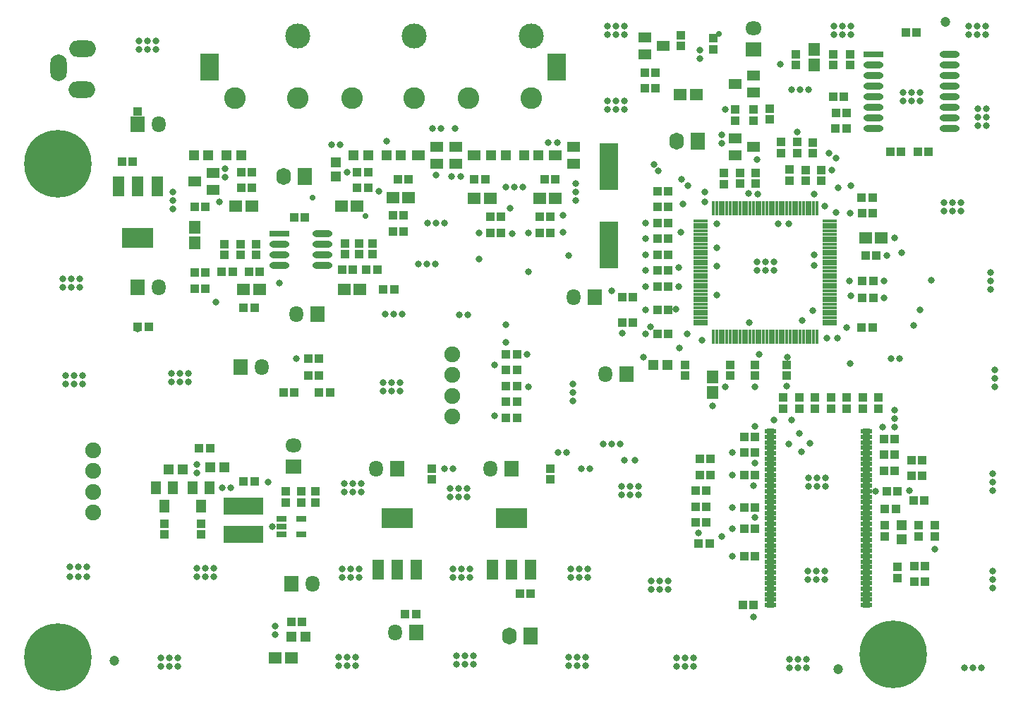
<source format=gts>
%FSLAX25Y25*%
%MOIN*%
G70*
G01*
G75*
G04 Layer_Color=8388736*
%ADD10C,0.01969*%
%ADD11R,0.03543X0.03150*%
%ADD12R,0.03150X0.03543*%
%ADD13R,0.04724X0.08661*%
%ADD14R,0.13780X0.08661*%
%ADD15R,0.05512X0.03937*%
%ADD16R,0.03937X0.05512*%
%ADD17R,0.18110X0.07087*%
%ADD18O,0.00709X0.06299*%
%ADD19O,0.06299X0.00709*%
%ADD20O,0.04921X0.01575*%
%ADD21R,0.05118X0.04724*%
%ADD22R,0.04724X0.05118*%
%ADD23R,0.04331X0.03937*%
%ADD24R,0.03937X0.04331*%
%ADD25O,0.08661X0.02362*%
%ADD26R,0.08661X0.02362*%
%ADD27R,0.07874X0.21654*%
%ADD28R,0.03937X0.02362*%
%ADD29C,0.02000*%
%ADD30C,0.00600*%
%ADD31C,0.00787*%
%ADD32C,0.00700*%
%ADD33C,0.04000*%
%ADD34C,0.01000*%
%ADD35C,0.01500*%
%ADD36C,0.31032*%
%ADD37C,0.11024*%
%ADD38C,0.09449*%
%ADD39R,0.07874X0.11811*%
%ADD40O,0.05906X0.07087*%
%ADD41R,0.05906X0.07087*%
%ADD42O,0.05512X0.06693*%
%ADD43R,0.05512X0.06693*%
%ADD44O,0.06693X0.05512*%
%ADD45R,0.06693X0.05512*%
%ADD46C,0.06693*%
%ADD47C,0.03937*%
%ADD48O,0.11811X0.07000*%
%ADD49O,0.07000X0.11811*%
%ADD50C,0.02500*%
%ADD51C,0.08000*%
%ADD52C,0.00800*%
%ADD53C,0.00984*%
%ADD54C,0.02362*%
%ADD55R,0.03937X0.03937*%
%ADD56C,0.02769*%
%ADD57R,0.04343X0.03950*%
%ADD58R,0.03950X0.04343*%
%ADD59R,0.05524X0.09461*%
%ADD60R,0.14579X0.09461*%
%ADD61R,0.06112X0.04537*%
%ADD62R,0.04537X0.06112*%
%ADD63R,0.18910X0.07887*%
%ADD64O,0.01509X0.07099*%
%ADD65O,0.07099X0.01509*%
%ADD66O,0.05721X0.02375*%
%ADD67R,0.05918X0.05524*%
%ADD68R,0.05524X0.05918*%
%ADD69R,0.05131X0.04737*%
%ADD70R,0.04737X0.05131*%
%ADD71O,0.09461X0.03162*%
%ADD72R,0.09461X0.03162*%
%ADD73R,0.08674X0.22453*%
%ADD74R,0.04737X0.03162*%
%ADD75C,0.31832*%
%ADD76C,0.11824*%
%ADD77C,0.10249*%
%ADD78R,0.08674X0.12611*%
%ADD79O,0.06906X0.08087*%
%ADD80R,0.06906X0.08087*%
%ADD81O,0.06512X0.07693*%
%ADD82R,0.06512X0.07693*%
%ADD83O,0.07693X0.06512*%
%ADD84R,0.07693X0.06512*%
%ADD85C,0.07493*%
%ADD86C,0.04737*%
%ADD87O,0.12611X0.07800*%
%ADD88O,0.07800X0.12611*%
%ADD89C,0.03300*%
D55*
X4676869Y4480189D02*
D03*
D56*
X4951427Y4517048D02*
D03*
X4759469Y4439489D02*
D03*
X4784369Y4430789D02*
D03*
D57*
X5045369Y4461189D02*
D03*
X5050487D02*
D03*
X5032351D02*
D03*
X5037469D02*
D03*
X5011887Y4479689D02*
D03*
X5006769D02*
D03*
X5011637Y4472189D02*
D03*
X5006519D02*
D03*
X5044737Y4517689D02*
D03*
X5039619D02*
D03*
X5010487Y4487189D02*
D03*
X5005369D02*
D03*
X4745732Y4347689D02*
D03*
X4750851D02*
D03*
X4762551Y4347589D02*
D03*
X4767669D02*
D03*
X4866558Y4423058D02*
D03*
X4871676D02*
D03*
X5034987Y4292689D02*
D03*
X5029869D02*
D03*
X4940351Y4293689D02*
D03*
X4945469D02*
D03*
X4843349Y4423058D02*
D03*
X4848467D02*
D03*
X4797388Y4423689D02*
D03*
X4802507D02*
D03*
X4703676Y4404209D02*
D03*
X4708794D02*
D03*
X4940251Y4301189D02*
D03*
X4945369D02*
D03*
X4921361Y4498689D02*
D03*
X4916243D02*
D03*
X4922351Y4435189D02*
D03*
X4927469D02*
D03*
X4942351Y4308689D02*
D03*
X4947469D02*
D03*
X4942351Y4316189D02*
D03*
X4947469D02*
D03*
X5034387Y4318189D02*
D03*
X5029269D02*
D03*
X5034369Y4310689D02*
D03*
X5029251D02*
D03*
X5047387Y4315689D02*
D03*
X5042269D02*
D03*
X5047387Y4308189D02*
D03*
X5042269D02*
D03*
X5048487Y4296689D02*
D03*
X5043369D02*
D03*
X4968387Y4270189D02*
D03*
X4963269D02*
D03*
X4778387Y4405689D02*
D03*
X4773269D02*
D03*
X4734487Y4404689D02*
D03*
X4729369D02*
D03*
X5048887Y4265689D02*
D03*
X5043769D02*
D03*
X5048887Y4258189D02*
D03*
X5043769D02*
D03*
X4940351Y4286139D02*
D03*
X4945469D02*
D03*
X4855969Y4358189D02*
D03*
X4850851D02*
D03*
Y4343189D02*
D03*
X4855969D02*
D03*
Y4350689D02*
D03*
X4850851D02*
D03*
X4780444Y4444189D02*
D03*
X4785562D02*
D03*
X4730680D02*
D03*
X4725562D02*
D03*
X4850851Y4335689D02*
D03*
X4855969D02*
D03*
X4785562Y4451689D02*
D03*
X4780444D02*
D03*
X4725562D02*
D03*
X4730680D02*
D03*
X4792851Y4396189D02*
D03*
X4797969D02*
D03*
X4732006Y4387689D02*
D03*
X4726888D02*
D03*
X4941851Y4276189D02*
D03*
X4946969D02*
D03*
X4910887Y4392689D02*
D03*
X4905769D02*
D03*
X4922351Y4420189D02*
D03*
X4927469D02*
D03*
X4922351Y4412689D02*
D03*
X4927469D02*
D03*
X4721587Y4404689D02*
D03*
X4716469D02*
D03*
X4871676Y4430689D02*
D03*
X4866558D02*
D03*
X4868920Y4448189D02*
D03*
X4874038D02*
D03*
X4848467Y4430689D02*
D03*
X4843349D02*
D03*
X4762487Y4355689D02*
D03*
X4757369D02*
D03*
X4762487Y4363689D02*
D03*
X4757369D02*
D03*
X5018851Y4378189D02*
D03*
X5023969D02*
D03*
X5019174Y4392189D02*
D03*
X5024292D02*
D03*
X5018933Y4432330D02*
D03*
X5024051D02*
D03*
X4927387Y4375189D02*
D03*
X4922269D02*
D03*
X5019174Y4400189D02*
D03*
X5024292D02*
D03*
X5018851Y4439689D02*
D03*
X5023969D02*
D03*
X4840987Y4448189D02*
D03*
X4835869D02*
D03*
X4910887Y4380689D02*
D03*
X4905769D02*
D03*
X4802507Y4431189D02*
D03*
X4797388D02*
D03*
X4799751Y4448189D02*
D03*
X4804869D02*
D03*
X4708794Y4396709D02*
D03*
X4703676D02*
D03*
X5020629Y4412189D02*
D03*
X5025747D02*
D03*
X4927387Y4397689D02*
D03*
X4922269D02*
D03*
X4927387Y4405189D02*
D03*
X4922269D02*
D03*
X4927387Y4427689D02*
D03*
X4922269D02*
D03*
X4927387Y4442689D02*
D03*
X4922269D02*
D03*
X4755878Y4430189D02*
D03*
X4750760D02*
D03*
X4921361Y4491189D02*
D03*
X4916243D02*
D03*
X4803151Y4242789D02*
D03*
X4808269D02*
D03*
X4927387Y4386689D02*
D03*
X4922269D02*
D03*
X4674387Y4456589D02*
D03*
X4669269D02*
D03*
X4705885Y4321189D02*
D03*
X4711002D02*
D03*
X4784851Y4405689D02*
D03*
X4789969D02*
D03*
X4731987Y4305689D02*
D03*
X4726869D02*
D03*
X4681987Y4378689D02*
D03*
X4676869D02*
D03*
X4968369Y4326689D02*
D03*
X4963251D02*
D03*
X4968369Y4319189D02*
D03*
X4963251D02*
D03*
X4968387Y4293307D02*
D03*
X4963269D02*
D03*
X4968387Y4308689D02*
D03*
X4963269D02*
D03*
X4968387Y4283189D02*
D03*
X4963269D02*
D03*
X4967869Y4247244D02*
D03*
X4962751D02*
D03*
X5030601Y4300984D02*
D03*
X5035719D02*
D03*
X4708794Y4435189D02*
D03*
X4703676D02*
D03*
X5029269Y4325689D02*
D03*
X5034387D02*
D03*
X4850851Y4365689D02*
D03*
X4855969D02*
D03*
X4754487Y4239189D02*
D03*
X4749369D02*
D03*
X4857251Y4252689D02*
D03*
X4862369D02*
D03*
D58*
X5013369Y4507257D02*
D03*
Y4502139D02*
D03*
X4992369Y4452707D02*
D03*
Y4447589D02*
D03*
X4981869Y4345207D02*
D03*
Y4340089D02*
D03*
X4989369Y4345207D02*
D03*
Y4340089D02*
D03*
X4996869Y4345207D02*
D03*
Y4340089D02*
D03*
X5004369Y4345207D02*
D03*
Y4340089D02*
D03*
X5011869Y4345207D02*
D03*
Y4340089D02*
D03*
X5019369Y4345207D02*
D03*
Y4340089D02*
D03*
X5026869Y4345207D02*
D03*
Y4340089D02*
D03*
X4988369Y4460671D02*
D03*
Y4465789D02*
D03*
X4995869Y4465707D02*
D03*
Y4460589D02*
D03*
X5053369Y4279689D02*
D03*
Y4284807D02*
D03*
X5045869D02*
D03*
Y4279689D02*
D03*
X4781369Y4417957D02*
D03*
Y4412839D02*
D03*
X4725378Y4417689D02*
D03*
Y4412571D02*
D03*
X5035869Y4265207D02*
D03*
Y4260089D02*
D03*
X4746869Y4295689D02*
D03*
Y4300807D02*
D03*
X4760869Y4295689D02*
D03*
Y4300807D02*
D03*
X4959207Y4481207D02*
D03*
Y4476089D02*
D03*
X4953869Y4451207D02*
D03*
Y4446089D02*
D03*
X4967869Y4481207D02*
D03*
Y4476089D02*
D03*
X4975369Y4481707D02*
D03*
Y4476589D02*
D03*
X4774869Y4417957D02*
D03*
Y4412839D02*
D03*
X4732869Y4412571D02*
D03*
Y4417689D02*
D03*
X4987869Y4502139D02*
D03*
Y4507257D02*
D03*
X4948869Y4509689D02*
D03*
Y4514807D02*
D03*
X4935369Y4360707D02*
D03*
Y4355589D02*
D03*
X4956869Y4360707D02*
D03*
Y4355589D02*
D03*
X4787869Y4417961D02*
D03*
Y4412843D02*
D03*
X4717869Y4417689D02*
D03*
Y4412571D02*
D03*
X4961369Y4446171D02*
D03*
Y4451289D02*
D03*
X4983444Y4360707D02*
D03*
Y4355589D02*
D03*
X4984869Y4447671D02*
D03*
Y4452789D02*
D03*
X4968369Y4360707D02*
D03*
Y4355589D02*
D03*
X4999869Y4452707D02*
D03*
Y4447589D02*
D03*
X4968869Y4446171D02*
D03*
Y4451289D02*
D03*
X4933369Y4511189D02*
D03*
Y4516307D02*
D03*
X4815869Y4306571D02*
D03*
Y4311689D02*
D03*
X5029869Y4284807D02*
D03*
Y4279689D02*
D03*
X5005369Y4502139D02*
D03*
Y4507257D02*
D03*
X4753995Y4300807D02*
D03*
Y4295689D02*
D03*
X4980869Y4460671D02*
D03*
Y4465789D02*
D03*
X4871869Y4306517D02*
D03*
Y4311636D02*
D03*
X4706869Y4285567D02*
D03*
Y4280449D02*
D03*
X4689369Y4285567D02*
D03*
Y4280449D02*
D03*
D59*
X4790314Y4263779D02*
D03*
X4799369D02*
D03*
X4808424D02*
D03*
X4685924Y4444894D02*
D03*
X4676869D02*
D03*
X4667813D02*
D03*
X4862424Y4263779D02*
D03*
X4853369D02*
D03*
X4844313D02*
D03*
D60*
X4799369Y4288189D02*
D03*
X4676869Y4420484D02*
D03*
X4853369Y4288189D02*
D03*
D61*
X4916243Y4515189D02*
D03*
Y4507189D02*
D03*
X4924904Y4511189D02*
D03*
X4959207Y4467689D02*
D03*
Y4459689D02*
D03*
X4967869Y4463689D02*
D03*
Y4489189D02*
D03*
Y4497189D02*
D03*
X4959207Y4493189D02*
D03*
X4874038Y4459689D02*
D03*
X4882700Y4463689D02*
D03*
Y4455689D02*
D03*
X4835869Y4459689D02*
D03*
X4827207Y4455689D02*
D03*
Y4463689D02*
D03*
X4809369Y4459689D02*
D03*
X4818030Y4463689D02*
D03*
Y4455689D02*
D03*
X4703676Y4447189D02*
D03*
X4712337Y4451189D02*
D03*
Y4443189D02*
D03*
D62*
X4689369Y4293795D02*
D03*
X4685369Y4302457D02*
D03*
X4693369D02*
D03*
X4706869Y4293795D02*
D03*
X4702869Y4302457D02*
D03*
X4710869D02*
D03*
D63*
X4726869Y4280449D02*
D03*
Y4294032D02*
D03*
D64*
X4948799Y4373779D02*
D03*
X4950373D02*
D03*
X4951948D02*
D03*
X4953523D02*
D03*
X4955098D02*
D03*
X4956673D02*
D03*
X4958248D02*
D03*
X4959822D02*
D03*
X4961397D02*
D03*
X4962972D02*
D03*
X4964547D02*
D03*
X4966122D02*
D03*
X4967696D02*
D03*
X4969271D02*
D03*
X4970846D02*
D03*
X4972421D02*
D03*
X4973996D02*
D03*
X4975570D02*
D03*
X4977145D02*
D03*
X4978720D02*
D03*
X4980295D02*
D03*
X4981870D02*
D03*
X4983444D02*
D03*
X4985019D02*
D03*
X4986594D02*
D03*
X4988169D02*
D03*
X4989743D02*
D03*
X4991319D02*
D03*
X4992893D02*
D03*
X4994468D02*
D03*
X4996043D02*
D03*
X4997618D02*
D03*
Y4434606D02*
D03*
X4996043D02*
D03*
X4994468D02*
D03*
X4992893D02*
D03*
X4991319D02*
D03*
X4989743D02*
D03*
X4988169D02*
D03*
X4986594D02*
D03*
X4985019D02*
D03*
X4983444D02*
D03*
X4981870D02*
D03*
X4980295D02*
D03*
X4978720D02*
D03*
X4977145D02*
D03*
X4975570D02*
D03*
X4973996D02*
D03*
X4972421D02*
D03*
X4970846D02*
D03*
X4969271D02*
D03*
X4967696D02*
D03*
X4966122D02*
D03*
X4964547D02*
D03*
X4962972D02*
D03*
X4961397D02*
D03*
X4959822D02*
D03*
X4958248D02*
D03*
X4956673D02*
D03*
X4955098D02*
D03*
X4953523D02*
D03*
X4951948D02*
D03*
X4950373D02*
D03*
X4948799D02*
D03*
D65*
X5003622Y4379783D02*
D03*
Y4381358D02*
D03*
Y4382933D02*
D03*
Y4384507D02*
D03*
Y4386082D02*
D03*
Y4387657D02*
D03*
Y4389232D02*
D03*
Y4390807D02*
D03*
Y4392382D02*
D03*
Y4393956D02*
D03*
Y4395531D02*
D03*
Y4397106D02*
D03*
Y4398681D02*
D03*
Y4400256D02*
D03*
Y4401830D02*
D03*
Y4403405D02*
D03*
Y4404980D02*
D03*
Y4406555D02*
D03*
Y4408130D02*
D03*
Y4409705D02*
D03*
Y4411279D02*
D03*
Y4412854D02*
D03*
Y4414429D02*
D03*
Y4416003D02*
D03*
Y4417579D02*
D03*
Y4419153D02*
D03*
Y4420728D02*
D03*
Y4422303D02*
D03*
Y4423878D02*
D03*
Y4425452D02*
D03*
Y4427027D02*
D03*
Y4428602D02*
D03*
X4942795D02*
D03*
Y4427027D02*
D03*
Y4425452D02*
D03*
Y4423878D02*
D03*
Y4422303D02*
D03*
Y4420728D02*
D03*
Y4419153D02*
D03*
Y4417579D02*
D03*
Y4416003D02*
D03*
Y4414429D02*
D03*
Y4412854D02*
D03*
Y4411279D02*
D03*
Y4409705D02*
D03*
Y4408130D02*
D03*
Y4406555D02*
D03*
Y4404980D02*
D03*
Y4403405D02*
D03*
Y4401830D02*
D03*
Y4400256D02*
D03*
Y4398681D02*
D03*
Y4397106D02*
D03*
Y4395531D02*
D03*
Y4393956D02*
D03*
Y4392382D02*
D03*
Y4390807D02*
D03*
Y4389232D02*
D03*
Y4387657D02*
D03*
Y4386082D02*
D03*
Y4384507D02*
D03*
Y4382933D02*
D03*
Y4381358D02*
D03*
Y4379783D02*
D03*
D66*
X4975632Y4329134D02*
D03*
X5021105Y4247244D02*
D03*
Y4249803D02*
D03*
Y4252362D02*
D03*
Y4254921D02*
D03*
Y4257480D02*
D03*
Y4260040D02*
D03*
Y4262598D02*
D03*
Y4265157D02*
D03*
Y4267717D02*
D03*
Y4270276D02*
D03*
Y4272835D02*
D03*
Y4275394D02*
D03*
Y4277953D02*
D03*
Y4280512D02*
D03*
Y4283071D02*
D03*
Y4285630D02*
D03*
Y4288189D02*
D03*
Y4290748D02*
D03*
Y4293307D02*
D03*
Y4295866D02*
D03*
Y4298425D02*
D03*
Y4300984D02*
D03*
Y4303543D02*
D03*
Y4306102D02*
D03*
Y4308662D02*
D03*
Y4311221D02*
D03*
Y4313779D02*
D03*
Y4316339D02*
D03*
Y4318898D02*
D03*
Y4321457D02*
D03*
Y4324016D02*
D03*
Y4326575D02*
D03*
Y4329134D02*
D03*
X4975632Y4247244D02*
D03*
Y4249803D02*
D03*
Y4252362D02*
D03*
Y4254921D02*
D03*
Y4257480D02*
D03*
Y4260040D02*
D03*
Y4262598D02*
D03*
Y4265157D02*
D03*
Y4267717D02*
D03*
Y4270276D02*
D03*
Y4272835D02*
D03*
Y4275394D02*
D03*
Y4277953D02*
D03*
Y4280512D02*
D03*
Y4283071D02*
D03*
Y4285630D02*
D03*
Y4288189D02*
D03*
Y4290748D02*
D03*
Y4293307D02*
D03*
Y4295866D02*
D03*
Y4298425D02*
D03*
Y4300984D02*
D03*
Y4303543D02*
D03*
Y4306102D02*
D03*
Y4308662D02*
D03*
Y4311221D02*
D03*
Y4313779D02*
D03*
Y4316339D02*
D03*
Y4318898D02*
D03*
Y4321457D02*
D03*
Y4324016D02*
D03*
Y4326575D02*
D03*
D67*
X4749369Y4222189D02*
D03*
X4741888D02*
D03*
X4874038Y4439189D02*
D03*
X4866558D02*
D03*
X4835869D02*
D03*
X4843349D02*
D03*
X4804869Y4439689D02*
D03*
X4797388D02*
D03*
X4940609Y4488189D02*
D03*
X4933129D02*
D03*
X5028109Y4420689D02*
D03*
X5020629D02*
D03*
X4781859Y4396189D02*
D03*
X4774379D02*
D03*
X4726888Y4396189D02*
D03*
X4734369D02*
D03*
X4772963Y4435689D02*
D03*
X4780444D02*
D03*
X4723199D02*
D03*
X4730680D02*
D03*
D68*
X4703676Y4425689D02*
D03*
Y4418209D02*
D03*
X4948369Y4347449D02*
D03*
Y4354929D02*
D03*
X4996369Y4502139D02*
D03*
Y4509619D02*
D03*
D69*
X4927215Y4360439D02*
D03*
X4920522D02*
D03*
X4850562Y4459689D02*
D03*
X4843869D02*
D03*
X4859369D02*
D03*
X4866062D02*
D03*
X4794369D02*
D03*
X4801062D02*
D03*
X4778869D02*
D03*
X4785562D02*
D03*
X4718869D02*
D03*
X4725562D02*
D03*
X4691426Y4311126D02*
D03*
X4698119D02*
D03*
X4717695Y4312189D02*
D03*
X4711002D02*
D03*
X4756062Y4232189D02*
D03*
X4749369D02*
D03*
X4710115Y4459689D02*
D03*
X4703422D02*
D03*
D70*
X4770369Y4456184D02*
D03*
Y4449491D02*
D03*
X5037869Y4284807D02*
D03*
Y4278114D02*
D03*
D71*
X4764180Y4407689D02*
D03*
Y4412689D02*
D03*
Y4417689D02*
D03*
Y4422689D02*
D03*
X4743707Y4407689D02*
D03*
Y4412689D02*
D03*
Y4417689D02*
D03*
X5024258Y4502189D02*
D03*
Y4497189D02*
D03*
Y4492189D02*
D03*
Y4487189D02*
D03*
Y4482189D02*
D03*
Y4477189D02*
D03*
Y4472189D02*
D03*
X5060479Y4507189D02*
D03*
Y4502189D02*
D03*
Y4497189D02*
D03*
Y4492189D02*
D03*
Y4487189D02*
D03*
Y4482189D02*
D03*
Y4477189D02*
D03*
Y4472189D02*
D03*
D72*
X4743707Y4422689D02*
D03*
X5024258Y4507189D02*
D03*
D73*
X4899369Y4454153D02*
D03*
Y4417225D02*
D03*
D74*
X4744743Y4287929D02*
D03*
Y4284189D02*
D03*
Y4280449D02*
D03*
X4753995D02*
D03*
Y4287929D02*
D03*
D75*
X5033873Y4224094D02*
D03*
X4639148Y4222480D02*
D03*
X4639148Y4455512D02*
D03*
D76*
X4752337Y4515962D02*
D03*
X4807455D02*
D03*
X4862573D02*
D03*
D77*
X4722810Y4486435D02*
D03*
X4752337D02*
D03*
X4777928D02*
D03*
X4807455D02*
D03*
X4833046D02*
D03*
X4862573D02*
D03*
D78*
X4874581Y4501199D02*
D03*
X4710802D02*
D03*
D79*
X4745869Y4449491D02*
D03*
X4852424Y4232697D02*
D03*
X4931369Y4466189D02*
D03*
D80*
X4755869Y4449491D02*
D03*
X4862424Y4232697D02*
D03*
X4941369Y4466189D02*
D03*
D81*
X4735369Y4359689D02*
D03*
X4751869Y4384689D02*
D03*
X4789369Y4311689D02*
D03*
X4686869Y4474189D02*
D03*
X4686869Y4397189D02*
D03*
X4759369Y4257189D02*
D03*
X4843369Y4311689D02*
D03*
X4882869Y4392689D02*
D03*
X4897869Y4356189D02*
D03*
X4798424Y4234189D02*
D03*
D82*
X4725369Y4359689D02*
D03*
X4761869Y4384689D02*
D03*
X4799369Y4311689D02*
D03*
X4676869Y4474189D02*
D03*
X4676869Y4397189D02*
D03*
X4749369Y4257189D02*
D03*
X4853369Y4311689D02*
D03*
X4892869Y4392689D02*
D03*
X4907869Y4356189D02*
D03*
X4808424Y4234189D02*
D03*
D83*
X4750369Y4322689D02*
D03*
X4967869Y4519689D02*
D03*
D84*
X4750369Y4312689D02*
D03*
X4967869Y4509689D02*
D03*
D85*
X4655869Y4320374D02*
D03*
Y4310532D02*
D03*
Y4300689D02*
D03*
Y4290847D02*
D03*
X4825369Y4336161D02*
D03*
Y4346004D02*
D03*
Y4355846D02*
D03*
Y4365689D02*
D03*
D86*
X4665769Y4220789D02*
D03*
X5007769Y4217089D02*
D03*
X5058469Y4522589D02*
D03*
D87*
X4650626Y4509860D02*
D03*
X4650526Y4490569D02*
D03*
D88*
X4639503Y4500805D02*
D03*
D89*
X4676869Y4420484D02*
D03*
X4983569Y4364389D02*
D03*
X4930969Y4386789D02*
D03*
X4918969Y4378489D02*
D03*
X4916869Y4375189D02*
D03*
X4703676Y4425689D02*
D03*
X4676869Y4377689D02*
D03*
X4741888Y4237189D02*
D03*
Y4233189D02*
D03*
X5067369Y4217689D02*
D03*
X5071369D02*
D03*
X5075369D02*
D03*
X5013369Y4361189D02*
D03*
X4984369Y4323189D02*
D03*
X4985869Y4334689D02*
D03*
X4977369D02*
D03*
X4989369Y4328189D02*
D03*
X4968369Y4350189D02*
D03*
X4911869Y4315689D02*
D03*
X4906869D02*
D03*
X5007869Y4444189D02*
D03*
X4984369Y4427189D02*
D03*
X4979369D02*
D03*
X4996369Y4407689D02*
D03*
Y4412689D02*
D03*
X4990869Y4381689D02*
D03*
X4995869Y4386189D02*
D03*
X4965869Y4380689D02*
D03*
X4950369Y4427189D02*
D03*
Y4393689D02*
D03*
Y4416004D02*
D03*
X4933369Y4423189D02*
D03*
X4904869Y4323189D02*
D03*
X4900869D02*
D03*
X4896869D02*
D03*
X4693369Y4434189D02*
D03*
Y4438189D02*
D03*
Y4442189D02*
D03*
X4740369Y4284189D02*
D03*
X4716869Y4302689D02*
D03*
X4720869D02*
D03*
X4704869Y4313689D02*
D03*
Y4309689D02*
D03*
X4738369Y4305189D02*
D03*
X4915869Y4364189D02*
D03*
X4950369Y4407189D02*
D03*
X4715369Y4437689D02*
D03*
X4861369Y4350189D02*
D03*
X4860869Y4365689D02*
D03*
X5007369Y4373189D02*
D03*
X5002369D02*
D03*
X4916869Y4405189D02*
D03*
Y4412689D02*
D03*
X4996369Y4441189D02*
D03*
X5001369Y4435689D02*
D03*
X4916869Y4427689D02*
D03*
Y4420189D02*
D03*
X4969369Y4457689D02*
D03*
X4920869Y4455189D02*
D03*
X4952869Y4465189D02*
D03*
Y4469189D02*
D03*
X4922869Y4452189D02*
D03*
X5006869Y4458189D02*
D03*
X5037869Y4413689D02*
D03*
X4948369Y4341189D02*
D03*
X4994369Y4323689D02*
D03*
X4983369Y4350689D02*
D03*
X5041369Y4301189D02*
D03*
X5003369Y4460689D02*
D03*
X4957869Y4270189D02*
D03*
Y4319189D02*
D03*
X4990369Y4319689D02*
D03*
X4957869Y4308689D02*
D03*
Y4283189D02*
D03*
Y4293189D02*
D03*
X5032869Y4363689D02*
D03*
X5036869D02*
D03*
X5043369Y4379189D02*
D03*
X5034369Y4339189D02*
D03*
Y4335189D02*
D03*
Y4331189D02*
D03*
X5030869Y4412189D02*
D03*
X5029369Y4392189D02*
D03*
X5046369Y4386689D02*
D03*
X5029369Y4400189D02*
D03*
X5034369Y4420689D02*
D03*
X5051869Y4400689D02*
D03*
X4985869Y4490689D02*
D03*
X4989869D02*
D03*
X4993869D02*
D03*
X4858869Y4444689D02*
D03*
X4854869D02*
D03*
X4850869D02*
D03*
X4817369Y4408189D02*
D03*
X4813369D02*
D03*
X4809369D02*
D03*
X4813869Y4427689D02*
D03*
X4817869D02*
D03*
X4821869D02*
D03*
X4801869Y4384689D02*
D03*
X4797869D02*
D03*
X4793869D02*
D03*
X4828869Y4384189D02*
D03*
X4832869D02*
D03*
X5079869Y4404189D02*
D03*
Y4400189D02*
D03*
Y4396189D02*
D03*
X5081869Y4358189D02*
D03*
Y4354189D02*
D03*
Y4350189D02*
D03*
X5080869Y4255189D02*
D03*
Y4259189D02*
D03*
Y4263189D02*
D03*
Y4309189D02*
D03*
Y4305189D02*
D03*
Y4301189D02*
D03*
X4969369Y4405189D02*
D03*
X4973369D02*
D03*
X4977369D02*
D03*
Y4409189D02*
D03*
X4973369D02*
D03*
X4969369D02*
D03*
X5057869Y4433189D02*
D03*
X5061869D02*
D03*
X5065869D02*
D03*
Y4437189D02*
D03*
X5061869D02*
D03*
X5057869D02*
D03*
X5038369Y4485189D02*
D03*
X5042369D02*
D03*
X5046369D02*
D03*
Y4489189D02*
D03*
X5042369D02*
D03*
X5038369D02*
D03*
X5073869Y4481689D02*
D03*
Y4477689D02*
D03*
Y4473689D02*
D03*
X5077869D02*
D03*
Y4477689D02*
D03*
Y4481689D02*
D03*
X5077369Y4520689D02*
D03*
X5073369D02*
D03*
X5069369D02*
D03*
Y4516689D02*
D03*
X5073369D02*
D03*
X5077369D02*
D03*
X5013869Y4520689D02*
D03*
X5009869D02*
D03*
X5005869D02*
D03*
Y4516689D02*
D03*
X5009869D02*
D03*
X5013869D02*
D03*
X4906869Y4485189D02*
D03*
X4902869D02*
D03*
X4898869D02*
D03*
Y4481189D02*
D03*
X4902869D02*
D03*
X4906869D02*
D03*
Y4520689D02*
D03*
X4902869D02*
D03*
X4898869D02*
D03*
Y4516689D02*
D03*
X4902869D02*
D03*
X4906869D02*
D03*
X4685369Y4513689D02*
D03*
X4681369D02*
D03*
X4677369D02*
D03*
Y4509689D02*
D03*
X4681369D02*
D03*
X4685369D02*
D03*
X4826869Y4472189D02*
D03*
X4790869Y4442689D02*
D03*
X4713869Y4390189D02*
D03*
X4775569Y4451689D02*
D03*
X4817869Y4450189D02*
D03*
X4913369Y4303189D02*
D03*
X4909369D02*
D03*
X4905369D02*
D03*
Y4299189D02*
D03*
X4909369D02*
D03*
X4913369D02*
D03*
X4832369Y4302189D02*
D03*
X4828369D02*
D03*
X4824369D02*
D03*
Y4298189D02*
D03*
X4828369D02*
D03*
X4832369D02*
D03*
X4782369Y4304689D02*
D03*
X4778369D02*
D03*
X4774369D02*
D03*
Y4300689D02*
D03*
X4778369D02*
D03*
X4782369D02*
D03*
X4800869Y4352189D02*
D03*
X4796869D02*
D03*
X4792869D02*
D03*
Y4348189D02*
D03*
X4796869D02*
D03*
X4800869D02*
D03*
X4700869Y4356689D02*
D03*
X4696869D02*
D03*
X4692869D02*
D03*
Y4352689D02*
D03*
X4696869D02*
D03*
X4700869D02*
D03*
X4649369Y4401189D02*
D03*
X4645369D02*
D03*
X4641369D02*
D03*
Y4397189D02*
D03*
X4645369D02*
D03*
X4649369D02*
D03*
X4650869Y4355689D02*
D03*
X4646869D02*
D03*
X4642869D02*
D03*
Y4351689D02*
D03*
X4646869D02*
D03*
X4650869D02*
D03*
X5001869Y4307189D02*
D03*
X4997869D02*
D03*
X4993869D02*
D03*
Y4303189D02*
D03*
X4997869D02*
D03*
X5001869D02*
D03*
X5001369Y4263189D02*
D03*
X4997369D02*
D03*
X4993369D02*
D03*
Y4259189D02*
D03*
X4997369D02*
D03*
X5001369D02*
D03*
X4927369Y4258689D02*
D03*
X4923369D02*
D03*
X4919369D02*
D03*
Y4254689D02*
D03*
X4923369D02*
D03*
X4927369D02*
D03*
X4992869Y4221689D02*
D03*
X4988869D02*
D03*
X4984869D02*
D03*
Y4217689D02*
D03*
X4988869D02*
D03*
X4992869D02*
D03*
X4939369Y4222189D02*
D03*
X4935369D02*
D03*
X4931369D02*
D03*
Y4218189D02*
D03*
X4935369D02*
D03*
X4939369D02*
D03*
X4888369Y4222689D02*
D03*
X4884369D02*
D03*
X4880369D02*
D03*
Y4218689D02*
D03*
X4884369D02*
D03*
X4888369D02*
D03*
X4889369Y4264189D02*
D03*
X4885369D02*
D03*
X4881369D02*
D03*
Y4260189D02*
D03*
X4885369D02*
D03*
X4889369D02*
D03*
X4833869Y4264189D02*
D03*
X4829869D02*
D03*
X4825869D02*
D03*
Y4260189D02*
D03*
X4829869D02*
D03*
X4833869D02*
D03*
X4835369Y4223189D02*
D03*
X4831369D02*
D03*
X4827369D02*
D03*
Y4219189D02*
D03*
X4831369D02*
D03*
X4835369D02*
D03*
X4779869Y4222689D02*
D03*
X4775869D02*
D03*
X4771869D02*
D03*
Y4218689D02*
D03*
X4775869D02*
D03*
X4779869D02*
D03*
X4695869Y4222189D02*
D03*
X4691869D02*
D03*
X4687869D02*
D03*
Y4218189D02*
D03*
X4691869D02*
D03*
X4695869D02*
D03*
X4781369Y4260189D02*
D03*
X4777369D02*
D03*
X4773369D02*
D03*
X4712869Y4260689D02*
D03*
X4708869D02*
D03*
X4704869D02*
D03*
X4644869D02*
D03*
X4648869D02*
D03*
X4652869D02*
D03*
X4773369Y4264189D02*
D03*
X4777369D02*
D03*
X4781369D02*
D03*
X4704869Y4264689D02*
D03*
X4708869D02*
D03*
X4712869D02*
D03*
X4652869Y4265189D02*
D03*
X4648869D02*
D03*
X4644869D02*
D03*
X4934369Y4436689D02*
D03*
X4944869Y4437689D02*
D03*
X4933869Y4448189D02*
D03*
X4821869Y4311689D02*
D03*
X4825869D02*
D03*
X4886369Y4311636D02*
D03*
X4879369Y4319189D02*
D03*
X4936369Y4375189D02*
D03*
X4932869Y4368689D02*
D03*
X5013869Y4445189D02*
D03*
X4980369Y4502689D02*
D03*
X4944869Y4442189D02*
D03*
X5006869Y4432689D02*
D03*
X5013509Y4432330D02*
D03*
X5013869Y4393189D02*
D03*
X4890369Y4311636D02*
D03*
X4875369Y4319189D02*
D03*
X4942369Y4509189D02*
D03*
X4743707Y4399339D02*
D03*
X4751869Y4363689D02*
D03*
X4717963Y4453256D02*
D03*
X4820097Y4472195D02*
D03*
X4861369Y4404689D02*
D03*
X4861317Y4423058D02*
D03*
X4838109Y4410689D02*
D03*
Y4423058D02*
D03*
X4852869Y4434689D02*
D03*
X4853869Y4422689D02*
D03*
X4772436Y4464689D02*
D03*
X4829274Y4449689D02*
D03*
X4943369Y4372189D02*
D03*
X4954331Y4481207D02*
D03*
X4988369Y4470689D02*
D03*
X5004887Y4452707D02*
D03*
X4969869Y4441189D02*
D03*
X4965369Y4441689D02*
D03*
X5013052Y4400189D02*
D03*
X5011869Y4378189D02*
D03*
X4845369Y4336689D02*
D03*
X4916869Y4397689D02*
D03*
X4905869Y4375689D02*
D03*
X4845369Y4360689D02*
D03*
X4850869Y4379689D02*
D03*
X4916869Y4386689D02*
D03*
X4932369Y4397689D02*
D03*
Y4406689D02*
D03*
X4936869Y4445189D02*
D03*
X4954369Y4350189D02*
D03*
X4967869Y4241689D02*
D03*
X4970369Y4365689D02*
D03*
X4952869Y4279689D02*
D03*
X4941869Y4281189D02*
D03*
X4967869Y4303689D02*
D03*
X4968387Y4288689D02*
D03*
X4968369Y4314189D02*
D03*
Y4331689D02*
D03*
X5053369Y4273689D02*
D03*
X5025469Y4300984D02*
D03*
X4880369Y4412189D02*
D03*
X5028869Y4331189D02*
D03*
X4882369Y4351689D02*
D03*
Y4347689D02*
D03*
Y4343689D02*
D03*
X4883869Y4438189D02*
D03*
Y4442189D02*
D03*
Y4446189D02*
D03*
X4877869Y4431189D02*
D03*
Y4423189D02*
D03*
X4794369Y4466189D02*
D03*
X4850869Y4371189D02*
D03*
X4900869Y4395689D02*
D03*
X4768302Y4464689D02*
D03*
X4815963Y4472195D02*
D03*
X4825140Y4449689D02*
D03*
X4717963Y4449122D02*
D03*
X4942369Y4505189D02*
D03*
X4870802Y4465689D02*
D03*
X4874936D02*
D03*
M02*

</source>
